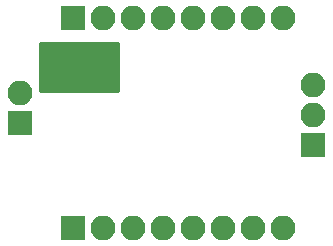
<source format=gbr>
G04 #@! TF.GenerationSoftware,KiCad,Pcbnew,(5.0.0-3-g5ebb6b6)*
G04 #@! TF.CreationDate,2019-03-02T11:42:57+00:00*
G04 #@! TF.ProjectId,WsonBagelBoard,57736F6E426167656C426F6172642E6B,rev?*
G04 #@! TF.SameCoordinates,Original*
G04 #@! TF.FileFunction,Soldermask,Bot*
G04 #@! TF.FilePolarity,Negative*
%FSLAX46Y46*%
G04 Gerber Fmt 4.6, Leading zero omitted, Abs format (unit mm)*
G04 Created by KiCad (PCBNEW (5.0.0-3-g5ebb6b6)) date Saturday, 02 March 2019 at 11:42:57*
%MOMM*%
%LPD*%
G01*
G04 APERTURE LIST*
%ADD10R,2.100000X2.100000*%
%ADD11O,2.100000X2.100000*%
%ADD12C,0.254000*%
G04 APERTURE END LIST*
D10*
G04 #@! TO.C,J_MNT1*
X104140000Y-53340000D03*
D11*
X106680000Y-53340000D03*
X109220000Y-53340000D03*
X111760000Y-53340000D03*
X114300000Y-53340000D03*
X116840000Y-53340000D03*
X119380000Y-53340000D03*
X121920000Y-53340000D03*
G04 #@! TD*
G04 #@! TO.C,J_MNT2*
X121920000Y-71120000D03*
X119380000Y-71120000D03*
X116840000Y-71120000D03*
X114300000Y-71120000D03*
X111760000Y-71120000D03*
X109220000Y-71120000D03*
X106680000Y-71120000D03*
D10*
X104140000Y-71120000D03*
G04 #@! TD*
G04 #@! TO.C,J_IN2*
X99695000Y-62230000D03*
D11*
X99695000Y-59690000D03*
G04 #@! TD*
D10*
G04 #@! TO.C,J_OUT1*
X124460000Y-64135000D03*
D11*
X124460000Y-61595000D03*
X124460000Y-59055000D03*
G04 #@! TD*
D12*
G36*
X107974646Y-59537600D02*
X101370651Y-59537600D01*
X101346754Y-55499000D01*
X107950749Y-55499000D01*
X107974646Y-59537600D01*
X107974646Y-59537600D01*
G37*
X107974646Y-59537600D02*
X101370651Y-59537600D01*
X101346754Y-55499000D01*
X107950749Y-55499000D01*
X107974646Y-59537600D01*
M02*

</source>
